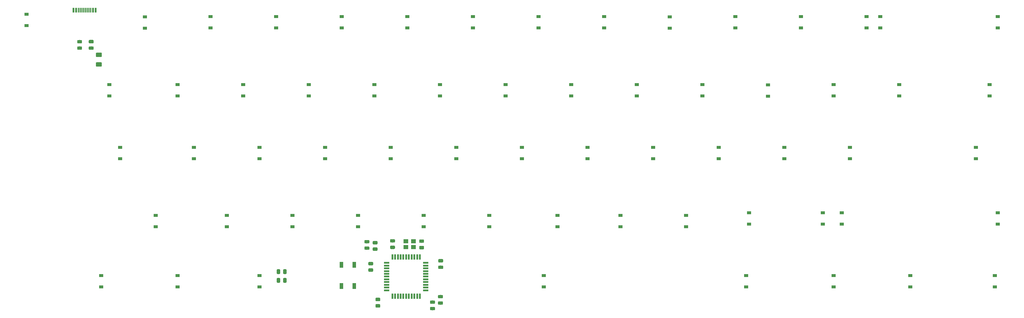
<source format=gbr>
G04 #@! TF.GenerationSoftware,KiCad,Pcbnew,(5.1.4)-1*
G04 #@! TF.CreationDate,2021-10-31T22:39:57+11:00*
G04 #@! TF.ProjectId,x60,7836302e-6b69-4636-9164-5f7063625858,rev?*
G04 #@! TF.SameCoordinates,Original*
G04 #@! TF.FileFunction,Paste,Bot*
G04 #@! TF.FilePolarity,Positive*
%FSLAX46Y46*%
G04 Gerber Fmt 4.6, Leading zero omitted, Abs format (unit mm)*
G04 Created by KiCad (PCBNEW (5.1.4)-1) date 2021-10-31 22:39:57*
%MOMM*%
%LPD*%
G04 APERTURE LIST*
%ADD10R,0.600000X1.450000*%
%ADD11R,0.300000X1.450000*%
%ADD12C,0.100000*%
%ADD13C,0.975000*%
%ADD14C,1.250000*%
%ADD15R,1.400000X1.200000*%
%ADD16R,1.200000X0.900000*%
%ADD17R,0.550000X1.500000*%
%ADD18R,1.500000X0.550000*%
%ADD19R,1.100000X1.800000*%
G04 APERTURE END LIST*
D10*
X91525000Y-115175000D03*
X85075000Y-115175000D03*
X90750000Y-115175000D03*
X85850000Y-115175000D03*
D11*
X86550000Y-115175000D03*
X90050000Y-115175000D03*
X87050000Y-115175000D03*
X89550000Y-115175000D03*
X87550000Y-115175000D03*
X89050000Y-115175000D03*
X88550000Y-115175000D03*
X88050000Y-115175000D03*
D12*
G36*
X90685142Y-123868674D02*
G01*
X90708803Y-123872184D01*
X90732007Y-123877996D01*
X90754529Y-123886054D01*
X90776153Y-123896282D01*
X90796670Y-123908579D01*
X90815883Y-123922829D01*
X90833607Y-123938893D01*
X90849671Y-123956617D01*
X90863921Y-123975830D01*
X90876218Y-123996347D01*
X90886446Y-124017971D01*
X90894504Y-124040493D01*
X90900316Y-124063697D01*
X90903826Y-124087358D01*
X90905000Y-124111250D01*
X90905000Y-124598750D01*
X90903826Y-124622642D01*
X90900316Y-124646303D01*
X90894504Y-124669507D01*
X90886446Y-124692029D01*
X90876218Y-124713653D01*
X90863921Y-124734170D01*
X90849671Y-124753383D01*
X90833607Y-124771107D01*
X90815883Y-124787171D01*
X90796670Y-124801421D01*
X90776153Y-124813718D01*
X90754529Y-124823946D01*
X90732007Y-124832004D01*
X90708803Y-124837816D01*
X90685142Y-124841326D01*
X90661250Y-124842500D01*
X89748750Y-124842500D01*
X89724858Y-124841326D01*
X89701197Y-124837816D01*
X89677993Y-124832004D01*
X89655471Y-124823946D01*
X89633847Y-124813718D01*
X89613330Y-124801421D01*
X89594117Y-124787171D01*
X89576393Y-124771107D01*
X89560329Y-124753383D01*
X89546079Y-124734170D01*
X89533782Y-124713653D01*
X89523554Y-124692029D01*
X89515496Y-124669507D01*
X89509684Y-124646303D01*
X89506174Y-124622642D01*
X89505000Y-124598750D01*
X89505000Y-124111250D01*
X89506174Y-124087358D01*
X89509684Y-124063697D01*
X89515496Y-124040493D01*
X89523554Y-124017971D01*
X89533782Y-123996347D01*
X89546079Y-123975830D01*
X89560329Y-123956617D01*
X89576393Y-123938893D01*
X89594117Y-123922829D01*
X89613330Y-123908579D01*
X89633847Y-123896282D01*
X89655471Y-123886054D01*
X89677993Y-123877996D01*
X89701197Y-123872184D01*
X89724858Y-123868674D01*
X89748750Y-123867500D01*
X90661250Y-123867500D01*
X90685142Y-123868674D01*
X90685142Y-123868674D01*
G37*
D13*
X90205000Y-124355000D03*
D12*
G36*
X90685142Y-125743674D02*
G01*
X90708803Y-125747184D01*
X90732007Y-125752996D01*
X90754529Y-125761054D01*
X90776153Y-125771282D01*
X90796670Y-125783579D01*
X90815883Y-125797829D01*
X90833607Y-125813893D01*
X90849671Y-125831617D01*
X90863921Y-125850830D01*
X90876218Y-125871347D01*
X90886446Y-125892971D01*
X90894504Y-125915493D01*
X90900316Y-125938697D01*
X90903826Y-125962358D01*
X90905000Y-125986250D01*
X90905000Y-126473750D01*
X90903826Y-126497642D01*
X90900316Y-126521303D01*
X90894504Y-126544507D01*
X90886446Y-126567029D01*
X90876218Y-126588653D01*
X90863921Y-126609170D01*
X90849671Y-126628383D01*
X90833607Y-126646107D01*
X90815883Y-126662171D01*
X90796670Y-126676421D01*
X90776153Y-126688718D01*
X90754529Y-126698946D01*
X90732007Y-126707004D01*
X90708803Y-126712816D01*
X90685142Y-126716326D01*
X90661250Y-126717500D01*
X89748750Y-126717500D01*
X89724858Y-126716326D01*
X89701197Y-126712816D01*
X89677993Y-126707004D01*
X89655471Y-126698946D01*
X89633847Y-126688718D01*
X89613330Y-126676421D01*
X89594117Y-126662171D01*
X89576393Y-126646107D01*
X89560329Y-126628383D01*
X89546079Y-126609170D01*
X89533782Y-126588653D01*
X89523554Y-126567029D01*
X89515496Y-126544507D01*
X89509684Y-126521303D01*
X89506174Y-126497642D01*
X89505000Y-126473750D01*
X89505000Y-125986250D01*
X89506174Y-125962358D01*
X89509684Y-125938697D01*
X89515496Y-125915493D01*
X89523554Y-125892971D01*
X89533782Y-125871347D01*
X89546079Y-125850830D01*
X89560329Y-125831617D01*
X89576393Y-125813893D01*
X89594117Y-125797829D01*
X89613330Y-125783579D01*
X89633847Y-125771282D01*
X89655471Y-125761054D01*
X89677993Y-125752996D01*
X89701197Y-125747184D01*
X89724858Y-125743674D01*
X89748750Y-125742500D01*
X90661250Y-125742500D01*
X90685142Y-125743674D01*
X90685142Y-125743674D01*
G37*
D13*
X90205000Y-126230000D03*
D12*
G36*
X87325142Y-123878674D02*
G01*
X87348803Y-123882184D01*
X87372007Y-123887996D01*
X87394529Y-123896054D01*
X87416153Y-123906282D01*
X87436670Y-123918579D01*
X87455883Y-123932829D01*
X87473607Y-123948893D01*
X87489671Y-123966617D01*
X87503921Y-123985830D01*
X87516218Y-124006347D01*
X87526446Y-124027971D01*
X87534504Y-124050493D01*
X87540316Y-124073697D01*
X87543826Y-124097358D01*
X87545000Y-124121250D01*
X87545000Y-124608750D01*
X87543826Y-124632642D01*
X87540316Y-124656303D01*
X87534504Y-124679507D01*
X87526446Y-124702029D01*
X87516218Y-124723653D01*
X87503921Y-124744170D01*
X87489671Y-124763383D01*
X87473607Y-124781107D01*
X87455883Y-124797171D01*
X87436670Y-124811421D01*
X87416153Y-124823718D01*
X87394529Y-124833946D01*
X87372007Y-124842004D01*
X87348803Y-124847816D01*
X87325142Y-124851326D01*
X87301250Y-124852500D01*
X86388750Y-124852500D01*
X86364858Y-124851326D01*
X86341197Y-124847816D01*
X86317993Y-124842004D01*
X86295471Y-124833946D01*
X86273847Y-124823718D01*
X86253330Y-124811421D01*
X86234117Y-124797171D01*
X86216393Y-124781107D01*
X86200329Y-124763383D01*
X86186079Y-124744170D01*
X86173782Y-124723653D01*
X86163554Y-124702029D01*
X86155496Y-124679507D01*
X86149684Y-124656303D01*
X86146174Y-124632642D01*
X86145000Y-124608750D01*
X86145000Y-124121250D01*
X86146174Y-124097358D01*
X86149684Y-124073697D01*
X86155496Y-124050493D01*
X86163554Y-124027971D01*
X86173782Y-124006347D01*
X86186079Y-123985830D01*
X86200329Y-123966617D01*
X86216393Y-123948893D01*
X86234117Y-123932829D01*
X86253330Y-123918579D01*
X86273847Y-123906282D01*
X86295471Y-123896054D01*
X86317993Y-123887996D01*
X86341197Y-123882184D01*
X86364858Y-123878674D01*
X86388750Y-123877500D01*
X87301250Y-123877500D01*
X87325142Y-123878674D01*
X87325142Y-123878674D01*
G37*
D13*
X86845000Y-124365000D03*
D12*
G36*
X87325142Y-125753674D02*
G01*
X87348803Y-125757184D01*
X87372007Y-125762996D01*
X87394529Y-125771054D01*
X87416153Y-125781282D01*
X87436670Y-125793579D01*
X87455883Y-125807829D01*
X87473607Y-125823893D01*
X87489671Y-125841617D01*
X87503921Y-125860830D01*
X87516218Y-125881347D01*
X87526446Y-125902971D01*
X87534504Y-125925493D01*
X87540316Y-125948697D01*
X87543826Y-125972358D01*
X87545000Y-125996250D01*
X87545000Y-126483750D01*
X87543826Y-126507642D01*
X87540316Y-126531303D01*
X87534504Y-126554507D01*
X87526446Y-126577029D01*
X87516218Y-126598653D01*
X87503921Y-126619170D01*
X87489671Y-126638383D01*
X87473607Y-126656107D01*
X87455883Y-126672171D01*
X87436670Y-126686421D01*
X87416153Y-126698718D01*
X87394529Y-126708946D01*
X87372007Y-126717004D01*
X87348803Y-126722816D01*
X87325142Y-126726326D01*
X87301250Y-126727500D01*
X86388750Y-126727500D01*
X86364858Y-126726326D01*
X86341197Y-126722816D01*
X86317993Y-126717004D01*
X86295471Y-126708946D01*
X86273847Y-126698718D01*
X86253330Y-126686421D01*
X86234117Y-126672171D01*
X86216393Y-126656107D01*
X86200329Y-126638383D01*
X86186079Y-126619170D01*
X86173782Y-126598653D01*
X86163554Y-126577029D01*
X86155496Y-126554507D01*
X86149684Y-126531303D01*
X86146174Y-126507642D01*
X86145000Y-126483750D01*
X86145000Y-125996250D01*
X86146174Y-125972358D01*
X86149684Y-125948697D01*
X86155496Y-125925493D01*
X86163554Y-125902971D01*
X86173782Y-125881347D01*
X86186079Y-125860830D01*
X86200329Y-125841617D01*
X86216393Y-125823893D01*
X86234117Y-125807829D01*
X86253330Y-125793579D01*
X86273847Y-125781282D01*
X86295471Y-125771054D01*
X86317993Y-125762996D01*
X86341197Y-125757184D01*
X86364858Y-125753674D01*
X86388750Y-125752500D01*
X87301250Y-125752500D01*
X87325142Y-125753674D01*
X87325142Y-125753674D01*
G37*
D13*
X86845000Y-126240000D03*
D12*
G36*
X93094504Y-127581204D02*
G01*
X93118773Y-127584804D01*
X93142571Y-127590765D01*
X93165671Y-127599030D01*
X93187849Y-127609520D01*
X93208893Y-127622133D01*
X93228598Y-127636747D01*
X93246777Y-127653223D01*
X93263253Y-127671402D01*
X93277867Y-127691107D01*
X93290480Y-127712151D01*
X93300970Y-127734329D01*
X93309235Y-127757429D01*
X93315196Y-127781227D01*
X93318796Y-127805496D01*
X93320000Y-127830000D01*
X93320000Y-128580000D01*
X93318796Y-128604504D01*
X93315196Y-128628773D01*
X93309235Y-128652571D01*
X93300970Y-128675671D01*
X93290480Y-128697849D01*
X93277867Y-128718893D01*
X93263253Y-128738598D01*
X93246777Y-128756777D01*
X93228598Y-128773253D01*
X93208893Y-128787867D01*
X93187849Y-128800480D01*
X93165671Y-128810970D01*
X93142571Y-128819235D01*
X93118773Y-128825196D01*
X93094504Y-128828796D01*
X93070000Y-128830000D01*
X91820000Y-128830000D01*
X91795496Y-128828796D01*
X91771227Y-128825196D01*
X91747429Y-128819235D01*
X91724329Y-128810970D01*
X91702151Y-128800480D01*
X91681107Y-128787867D01*
X91661402Y-128773253D01*
X91643223Y-128756777D01*
X91626747Y-128738598D01*
X91612133Y-128718893D01*
X91599520Y-128697849D01*
X91589030Y-128675671D01*
X91580765Y-128652571D01*
X91574804Y-128628773D01*
X91571204Y-128604504D01*
X91570000Y-128580000D01*
X91570000Y-127830000D01*
X91571204Y-127805496D01*
X91574804Y-127781227D01*
X91580765Y-127757429D01*
X91589030Y-127734329D01*
X91599520Y-127712151D01*
X91612133Y-127691107D01*
X91626747Y-127671402D01*
X91643223Y-127653223D01*
X91661402Y-127636747D01*
X91681107Y-127622133D01*
X91702151Y-127609520D01*
X91724329Y-127599030D01*
X91747429Y-127590765D01*
X91771227Y-127584804D01*
X91795496Y-127581204D01*
X91820000Y-127580000D01*
X93070000Y-127580000D01*
X93094504Y-127581204D01*
X93094504Y-127581204D01*
G37*
D14*
X92445000Y-128205000D03*
D12*
G36*
X93094504Y-130381204D02*
G01*
X93118773Y-130384804D01*
X93142571Y-130390765D01*
X93165671Y-130399030D01*
X93187849Y-130409520D01*
X93208893Y-130422133D01*
X93228598Y-130436747D01*
X93246777Y-130453223D01*
X93263253Y-130471402D01*
X93277867Y-130491107D01*
X93290480Y-130512151D01*
X93300970Y-130534329D01*
X93309235Y-130557429D01*
X93315196Y-130581227D01*
X93318796Y-130605496D01*
X93320000Y-130630000D01*
X93320000Y-131380000D01*
X93318796Y-131404504D01*
X93315196Y-131428773D01*
X93309235Y-131452571D01*
X93300970Y-131475671D01*
X93290480Y-131497849D01*
X93277867Y-131518893D01*
X93263253Y-131538598D01*
X93246777Y-131556777D01*
X93228598Y-131573253D01*
X93208893Y-131587867D01*
X93187849Y-131600480D01*
X93165671Y-131610970D01*
X93142571Y-131619235D01*
X93118773Y-131625196D01*
X93094504Y-131628796D01*
X93070000Y-131630000D01*
X91820000Y-131630000D01*
X91795496Y-131628796D01*
X91771227Y-131625196D01*
X91747429Y-131619235D01*
X91724329Y-131610970D01*
X91702151Y-131600480D01*
X91681107Y-131587867D01*
X91661402Y-131573253D01*
X91643223Y-131556777D01*
X91626747Y-131538598D01*
X91612133Y-131518893D01*
X91599520Y-131497849D01*
X91589030Y-131475671D01*
X91580765Y-131452571D01*
X91574804Y-131428773D01*
X91571204Y-131404504D01*
X91570000Y-131380000D01*
X91570000Y-130630000D01*
X91571204Y-130605496D01*
X91574804Y-130581227D01*
X91580765Y-130557429D01*
X91589030Y-130534329D01*
X91599520Y-130512151D01*
X91612133Y-130491107D01*
X91626747Y-130471402D01*
X91643223Y-130453223D01*
X91661402Y-130436747D01*
X91681107Y-130422133D01*
X91702151Y-130409520D01*
X91724329Y-130399030D01*
X91747429Y-130390765D01*
X91771227Y-130384804D01*
X91795496Y-130381204D01*
X91820000Y-130380000D01*
X93070000Y-130380000D01*
X93094504Y-130381204D01*
X93094504Y-130381204D01*
G37*
D14*
X92445000Y-131005000D03*
D12*
G36*
X178198892Y-183779924D02*
G01*
X178222553Y-183783434D01*
X178245757Y-183789246D01*
X178268279Y-183797304D01*
X178289903Y-183807532D01*
X178310420Y-183819829D01*
X178329633Y-183834079D01*
X178347357Y-183850143D01*
X178363421Y-183867867D01*
X178377671Y-183887080D01*
X178389968Y-183907597D01*
X178400196Y-183929221D01*
X178408254Y-183951743D01*
X178414066Y-183974947D01*
X178417576Y-183998608D01*
X178418750Y-184022500D01*
X178418750Y-184510000D01*
X178417576Y-184533892D01*
X178414066Y-184557553D01*
X178408254Y-184580757D01*
X178400196Y-184603279D01*
X178389968Y-184624903D01*
X178377671Y-184645420D01*
X178363421Y-184664633D01*
X178347357Y-184682357D01*
X178329633Y-184698421D01*
X178310420Y-184712671D01*
X178289903Y-184724968D01*
X178268279Y-184735196D01*
X178245757Y-184743254D01*
X178222553Y-184749066D01*
X178198892Y-184752576D01*
X178175000Y-184753750D01*
X177262500Y-184753750D01*
X177238608Y-184752576D01*
X177214947Y-184749066D01*
X177191743Y-184743254D01*
X177169221Y-184735196D01*
X177147597Y-184724968D01*
X177127080Y-184712671D01*
X177107867Y-184698421D01*
X177090143Y-184682357D01*
X177074079Y-184664633D01*
X177059829Y-184645420D01*
X177047532Y-184624903D01*
X177037304Y-184603279D01*
X177029246Y-184580757D01*
X177023434Y-184557553D01*
X177019924Y-184533892D01*
X177018750Y-184510000D01*
X177018750Y-184022500D01*
X177019924Y-183998608D01*
X177023434Y-183974947D01*
X177029246Y-183951743D01*
X177037304Y-183929221D01*
X177047532Y-183907597D01*
X177059829Y-183887080D01*
X177074079Y-183867867D01*
X177090143Y-183850143D01*
X177107867Y-183834079D01*
X177127080Y-183819829D01*
X177147597Y-183807532D01*
X177169221Y-183797304D01*
X177191743Y-183789246D01*
X177214947Y-183783434D01*
X177238608Y-183779924D01*
X177262500Y-183778750D01*
X178175000Y-183778750D01*
X178198892Y-183779924D01*
X178198892Y-183779924D01*
G37*
D13*
X177718750Y-184266250D03*
D12*
G36*
X178198892Y-181904924D02*
G01*
X178222553Y-181908434D01*
X178245757Y-181914246D01*
X178268279Y-181922304D01*
X178289903Y-181932532D01*
X178310420Y-181944829D01*
X178329633Y-181959079D01*
X178347357Y-181975143D01*
X178363421Y-181992867D01*
X178377671Y-182012080D01*
X178389968Y-182032597D01*
X178400196Y-182054221D01*
X178408254Y-182076743D01*
X178414066Y-182099947D01*
X178417576Y-182123608D01*
X178418750Y-182147500D01*
X178418750Y-182635000D01*
X178417576Y-182658892D01*
X178414066Y-182682553D01*
X178408254Y-182705757D01*
X178400196Y-182728279D01*
X178389968Y-182749903D01*
X178377671Y-182770420D01*
X178363421Y-182789633D01*
X178347357Y-182807357D01*
X178329633Y-182823421D01*
X178310420Y-182837671D01*
X178289903Y-182849968D01*
X178268279Y-182860196D01*
X178245757Y-182868254D01*
X178222553Y-182874066D01*
X178198892Y-182877576D01*
X178175000Y-182878750D01*
X177262500Y-182878750D01*
X177238608Y-182877576D01*
X177214947Y-182874066D01*
X177191743Y-182868254D01*
X177169221Y-182860196D01*
X177147597Y-182849968D01*
X177127080Y-182837671D01*
X177107867Y-182823421D01*
X177090143Y-182807357D01*
X177074079Y-182789633D01*
X177059829Y-182770420D01*
X177047532Y-182749903D01*
X177037304Y-182728279D01*
X177029246Y-182705757D01*
X177023434Y-182682553D01*
X177019924Y-182658892D01*
X177018750Y-182635000D01*
X177018750Y-182147500D01*
X177019924Y-182123608D01*
X177023434Y-182099947D01*
X177029246Y-182076743D01*
X177037304Y-182054221D01*
X177047532Y-182032597D01*
X177059829Y-182012080D01*
X177074079Y-181992867D01*
X177090143Y-181975143D01*
X177107867Y-181959079D01*
X177127080Y-181944829D01*
X177147597Y-181932532D01*
X177169221Y-181922304D01*
X177191743Y-181914246D01*
X177214947Y-181908434D01*
X177238608Y-181904924D01*
X177262500Y-181903750D01*
X178175000Y-181903750D01*
X178198892Y-181904924D01*
X178198892Y-181904924D01*
G37*
D13*
X177718750Y-182391250D03*
D15*
X183768750Y-182516250D03*
X181568750Y-182516250D03*
X181568750Y-184216250D03*
X183768750Y-184216250D03*
D12*
G36*
X186623892Y-181992424D02*
G01*
X186647553Y-181995934D01*
X186670757Y-182001746D01*
X186693279Y-182009804D01*
X186714903Y-182020032D01*
X186735420Y-182032329D01*
X186754633Y-182046579D01*
X186772357Y-182062643D01*
X186788421Y-182080367D01*
X186802671Y-182099580D01*
X186814968Y-182120097D01*
X186825196Y-182141721D01*
X186833254Y-182164243D01*
X186839066Y-182187447D01*
X186842576Y-182211108D01*
X186843750Y-182235000D01*
X186843750Y-182722500D01*
X186842576Y-182746392D01*
X186839066Y-182770053D01*
X186833254Y-182793257D01*
X186825196Y-182815779D01*
X186814968Y-182837403D01*
X186802671Y-182857920D01*
X186788421Y-182877133D01*
X186772357Y-182894857D01*
X186754633Y-182910921D01*
X186735420Y-182925171D01*
X186714903Y-182937468D01*
X186693279Y-182947696D01*
X186670757Y-182955754D01*
X186647553Y-182961566D01*
X186623892Y-182965076D01*
X186600000Y-182966250D01*
X185687500Y-182966250D01*
X185663608Y-182965076D01*
X185639947Y-182961566D01*
X185616743Y-182955754D01*
X185594221Y-182947696D01*
X185572597Y-182937468D01*
X185552080Y-182925171D01*
X185532867Y-182910921D01*
X185515143Y-182894857D01*
X185499079Y-182877133D01*
X185484829Y-182857920D01*
X185472532Y-182837403D01*
X185462304Y-182815779D01*
X185454246Y-182793257D01*
X185448434Y-182770053D01*
X185444924Y-182746392D01*
X185443750Y-182722500D01*
X185443750Y-182235000D01*
X185444924Y-182211108D01*
X185448434Y-182187447D01*
X185454246Y-182164243D01*
X185462304Y-182141721D01*
X185472532Y-182120097D01*
X185484829Y-182099580D01*
X185499079Y-182080367D01*
X185515143Y-182062643D01*
X185532867Y-182046579D01*
X185552080Y-182032329D01*
X185572597Y-182020032D01*
X185594221Y-182009804D01*
X185616743Y-182001746D01*
X185639947Y-181995934D01*
X185663608Y-181992424D01*
X185687500Y-181991250D01*
X186600000Y-181991250D01*
X186623892Y-181992424D01*
X186623892Y-181992424D01*
G37*
D13*
X186143750Y-182478750D03*
D12*
G36*
X186623892Y-183867424D02*
G01*
X186647553Y-183870934D01*
X186670757Y-183876746D01*
X186693279Y-183884804D01*
X186714903Y-183895032D01*
X186735420Y-183907329D01*
X186754633Y-183921579D01*
X186772357Y-183937643D01*
X186788421Y-183955367D01*
X186802671Y-183974580D01*
X186814968Y-183995097D01*
X186825196Y-184016721D01*
X186833254Y-184039243D01*
X186839066Y-184062447D01*
X186842576Y-184086108D01*
X186843750Y-184110000D01*
X186843750Y-184597500D01*
X186842576Y-184621392D01*
X186839066Y-184645053D01*
X186833254Y-184668257D01*
X186825196Y-184690779D01*
X186814968Y-184712403D01*
X186802671Y-184732920D01*
X186788421Y-184752133D01*
X186772357Y-184769857D01*
X186754633Y-184785921D01*
X186735420Y-184800171D01*
X186714903Y-184812468D01*
X186693279Y-184822696D01*
X186670757Y-184830754D01*
X186647553Y-184836566D01*
X186623892Y-184840076D01*
X186600000Y-184841250D01*
X185687500Y-184841250D01*
X185663608Y-184840076D01*
X185639947Y-184836566D01*
X185616743Y-184830754D01*
X185594221Y-184822696D01*
X185572597Y-184812468D01*
X185552080Y-184800171D01*
X185532867Y-184785921D01*
X185515143Y-184769857D01*
X185499079Y-184752133D01*
X185484829Y-184732920D01*
X185472532Y-184712403D01*
X185462304Y-184690779D01*
X185454246Y-184668257D01*
X185448434Y-184645053D01*
X185444924Y-184621392D01*
X185443750Y-184597500D01*
X185443750Y-184110000D01*
X185444924Y-184086108D01*
X185448434Y-184062447D01*
X185454246Y-184039243D01*
X185462304Y-184016721D01*
X185472532Y-183995097D01*
X185484829Y-183974580D01*
X185499079Y-183955367D01*
X185515143Y-183937643D01*
X185532867Y-183921579D01*
X185552080Y-183907329D01*
X185572597Y-183895032D01*
X185594221Y-183884804D01*
X185616743Y-183876746D01*
X185639947Y-183870934D01*
X185663608Y-183867424D01*
X185687500Y-183866250D01*
X186600000Y-183866250D01*
X186623892Y-183867424D01*
X186623892Y-183867424D01*
G37*
D13*
X186143750Y-184353750D03*
D16*
X352647500Y-192465000D03*
X352647500Y-195765000D03*
D17*
X177668750Y-198491250D03*
X178468750Y-198491250D03*
X179268750Y-198491250D03*
X180068750Y-198491250D03*
X180868750Y-198491250D03*
X181668750Y-198491250D03*
X182468750Y-198491250D03*
X183268750Y-198491250D03*
X184068750Y-198491250D03*
X184868750Y-198491250D03*
X185668750Y-198491250D03*
D18*
X187368750Y-196791250D03*
X187368750Y-195991250D03*
X187368750Y-195191250D03*
X187368750Y-194391250D03*
X187368750Y-193591250D03*
X187368750Y-192791250D03*
X187368750Y-191991250D03*
X187368750Y-191191250D03*
X187368750Y-190391250D03*
X187368750Y-189591250D03*
X187368750Y-188791250D03*
D17*
X185668750Y-187091250D03*
X184868750Y-187091250D03*
X184068750Y-187091250D03*
X183268750Y-187091250D03*
X182468750Y-187091250D03*
X181668750Y-187091250D03*
X180868750Y-187091250D03*
X180068750Y-187091250D03*
X179268750Y-187091250D03*
X178468750Y-187091250D03*
X177668750Y-187091250D03*
D18*
X175968750Y-188791250D03*
X175968750Y-189591250D03*
X175968750Y-190391250D03*
X175968750Y-191191250D03*
X175968750Y-191991250D03*
X175968750Y-192791250D03*
X175968750Y-193591250D03*
X175968750Y-194391250D03*
X175968750Y-195191250D03*
X175968750Y-195991250D03*
X175968750Y-196791250D03*
D19*
X166568750Y-189347500D03*
X162868750Y-195547500D03*
X162868750Y-189347500D03*
X166568750Y-195547500D03*
D12*
G36*
X192117642Y-198139924D02*
G01*
X192141303Y-198143434D01*
X192164507Y-198149246D01*
X192187029Y-198157304D01*
X192208653Y-198167532D01*
X192229170Y-198179829D01*
X192248383Y-198194079D01*
X192266107Y-198210143D01*
X192282171Y-198227867D01*
X192296421Y-198247080D01*
X192308718Y-198267597D01*
X192318946Y-198289221D01*
X192327004Y-198311743D01*
X192332816Y-198334947D01*
X192336326Y-198358608D01*
X192337500Y-198382500D01*
X192337500Y-198870000D01*
X192336326Y-198893892D01*
X192332816Y-198917553D01*
X192327004Y-198940757D01*
X192318946Y-198963279D01*
X192308718Y-198984903D01*
X192296421Y-199005420D01*
X192282171Y-199024633D01*
X192266107Y-199042357D01*
X192248383Y-199058421D01*
X192229170Y-199072671D01*
X192208653Y-199084968D01*
X192187029Y-199095196D01*
X192164507Y-199103254D01*
X192141303Y-199109066D01*
X192117642Y-199112576D01*
X192093750Y-199113750D01*
X191181250Y-199113750D01*
X191157358Y-199112576D01*
X191133697Y-199109066D01*
X191110493Y-199103254D01*
X191087971Y-199095196D01*
X191066347Y-199084968D01*
X191045830Y-199072671D01*
X191026617Y-199058421D01*
X191008893Y-199042357D01*
X190992829Y-199024633D01*
X190978579Y-199005420D01*
X190966282Y-198984903D01*
X190956054Y-198963279D01*
X190947996Y-198940757D01*
X190942184Y-198917553D01*
X190938674Y-198893892D01*
X190937500Y-198870000D01*
X190937500Y-198382500D01*
X190938674Y-198358608D01*
X190942184Y-198334947D01*
X190947996Y-198311743D01*
X190956054Y-198289221D01*
X190966282Y-198267597D01*
X190978579Y-198247080D01*
X190992829Y-198227867D01*
X191008893Y-198210143D01*
X191026617Y-198194079D01*
X191045830Y-198179829D01*
X191066347Y-198167532D01*
X191087971Y-198157304D01*
X191110493Y-198149246D01*
X191133697Y-198143434D01*
X191157358Y-198139924D01*
X191181250Y-198138750D01*
X192093750Y-198138750D01*
X192117642Y-198139924D01*
X192117642Y-198139924D01*
G37*
D13*
X191637500Y-198626250D03*
D12*
G36*
X192117642Y-200014924D02*
G01*
X192141303Y-200018434D01*
X192164507Y-200024246D01*
X192187029Y-200032304D01*
X192208653Y-200042532D01*
X192229170Y-200054829D01*
X192248383Y-200069079D01*
X192266107Y-200085143D01*
X192282171Y-200102867D01*
X192296421Y-200122080D01*
X192308718Y-200142597D01*
X192318946Y-200164221D01*
X192327004Y-200186743D01*
X192332816Y-200209947D01*
X192336326Y-200233608D01*
X192337500Y-200257500D01*
X192337500Y-200745000D01*
X192336326Y-200768892D01*
X192332816Y-200792553D01*
X192327004Y-200815757D01*
X192318946Y-200838279D01*
X192308718Y-200859903D01*
X192296421Y-200880420D01*
X192282171Y-200899633D01*
X192266107Y-200917357D01*
X192248383Y-200933421D01*
X192229170Y-200947671D01*
X192208653Y-200959968D01*
X192187029Y-200970196D01*
X192164507Y-200978254D01*
X192141303Y-200984066D01*
X192117642Y-200987576D01*
X192093750Y-200988750D01*
X191181250Y-200988750D01*
X191157358Y-200987576D01*
X191133697Y-200984066D01*
X191110493Y-200978254D01*
X191087971Y-200970196D01*
X191066347Y-200959968D01*
X191045830Y-200947671D01*
X191026617Y-200933421D01*
X191008893Y-200917357D01*
X190992829Y-200899633D01*
X190978579Y-200880420D01*
X190966282Y-200859903D01*
X190956054Y-200838279D01*
X190947996Y-200815757D01*
X190942184Y-200792553D01*
X190938674Y-200768892D01*
X190937500Y-200745000D01*
X190937500Y-200257500D01*
X190938674Y-200233608D01*
X190942184Y-200209947D01*
X190947996Y-200186743D01*
X190956054Y-200164221D01*
X190966282Y-200142597D01*
X190978579Y-200122080D01*
X190992829Y-200102867D01*
X191008893Y-200085143D01*
X191026617Y-200069079D01*
X191045830Y-200054829D01*
X191066347Y-200042532D01*
X191087971Y-200032304D01*
X191110493Y-200024246D01*
X191133697Y-200018434D01*
X191157358Y-200014924D01*
X191181250Y-200013750D01*
X192093750Y-200013750D01*
X192117642Y-200014924D01*
X192117642Y-200014924D01*
G37*
D13*
X191637500Y-200501250D03*
D12*
G36*
X170755142Y-184023674D02*
G01*
X170778803Y-184027184D01*
X170802007Y-184032996D01*
X170824529Y-184041054D01*
X170846153Y-184051282D01*
X170866670Y-184063579D01*
X170885883Y-184077829D01*
X170903607Y-184093893D01*
X170919671Y-184111617D01*
X170933921Y-184130830D01*
X170946218Y-184151347D01*
X170956446Y-184172971D01*
X170964504Y-184195493D01*
X170970316Y-184218697D01*
X170973826Y-184242358D01*
X170975000Y-184266250D01*
X170975000Y-184753750D01*
X170973826Y-184777642D01*
X170970316Y-184801303D01*
X170964504Y-184824507D01*
X170956446Y-184847029D01*
X170946218Y-184868653D01*
X170933921Y-184889170D01*
X170919671Y-184908383D01*
X170903607Y-184926107D01*
X170885883Y-184942171D01*
X170866670Y-184956421D01*
X170846153Y-184968718D01*
X170824529Y-184978946D01*
X170802007Y-184987004D01*
X170778803Y-184992816D01*
X170755142Y-184996326D01*
X170731250Y-184997500D01*
X169818750Y-184997500D01*
X169794858Y-184996326D01*
X169771197Y-184992816D01*
X169747993Y-184987004D01*
X169725471Y-184978946D01*
X169703847Y-184968718D01*
X169683330Y-184956421D01*
X169664117Y-184942171D01*
X169646393Y-184926107D01*
X169630329Y-184908383D01*
X169616079Y-184889170D01*
X169603782Y-184868653D01*
X169593554Y-184847029D01*
X169585496Y-184824507D01*
X169579684Y-184801303D01*
X169576174Y-184777642D01*
X169575000Y-184753750D01*
X169575000Y-184266250D01*
X169576174Y-184242358D01*
X169579684Y-184218697D01*
X169585496Y-184195493D01*
X169593554Y-184172971D01*
X169603782Y-184151347D01*
X169616079Y-184130830D01*
X169630329Y-184111617D01*
X169646393Y-184093893D01*
X169664117Y-184077829D01*
X169683330Y-184063579D01*
X169703847Y-184051282D01*
X169725471Y-184041054D01*
X169747993Y-184032996D01*
X169771197Y-184027184D01*
X169794858Y-184023674D01*
X169818750Y-184022500D01*
X170731250Y-184022500D01*
X170755142Y-184023674D01*
X170755142Y-184023674D01*
G37*
D13*
X170275000Y-184510000D03*
D12*
G36*
X170755142Y-182148674D02*
G01*
X170778803Y-182152184D01*
X170802007Y-182157996D01*
X170824529Y-182166054D01*
X170846153Y-182176282D01*
X170866670Y-182188579D01*
X170885883Y-182202829D01*
X170903607Y-182218893D01*
X170919671Y-182236617D01*
X170933921Y-182255830D01*
X170946218Y-182276347D01*
X170956446Y-182297971D01*
X170964504Y-182320493D01*
X170970316Y-182343697D01*
X170973826Y-182367358D01*
X170975000Y-182391250D01*
X170975000Y-182878750D01*
X170973826Y-182902642D01*
X170970316Y-182926303D01*
X170964504Y-182949507D01*
X170956446Y-182972029D01*
X170946218Y-182993653D01*
X170933921Y-183014170D01*
X170919671Y-183033383D01*
X170903607Y-183051107D01*
X170885883Y-183067171D01*
X170866670Y-183081421D01*
X170846153Y-183093718D01*
X170824529Y-183103946D01*
X170802007Y-183112004D01*
X170778803Y-183117816D01*
X170755142Y-183121326D01*
X170731250Y-183122500D01*
X169818750Y-183122500D01*
X169794858Y-183121326D01*
X169771197Y-183117816D01*
X169747993Y-183112004D01*
X169725471Y-183103946D01*
X169703847Y-183093718D01*
X169683330Y-183081421D01*
X169664117Y-183067171D01*
X169646393Y-183051107D01*
X169630329Y-183033383D01*
X169616079Y-183014170D01*
X169603782Y-182993653D01*
X169593554Y-182972029D01*
X169585496Y-182949507D01*
X169579684Y-182926303D01*
X169576174Y-182902642D01*
X169575000Y-182878750D01*
X169575000Y-182391250D01*
X169576174Y-182367358D01*
X169579684Y-182343697D01*
X169585496Y-182320493D01*
X169593554Y-182297971D01*
X169603782Y-182276347D01*
X169616079Y-182255830D01*
X169630329Y-182236617D01*
X169646393Y-182218893D01*
X169664117Y-182202829D01*
X169683330Y-182188579D01*
X169703847Y-182176282D01*
X169725471Y-182166054D01*
X169747993Y-182157996D01*
X169771197Y-182152184D01*
X169794858Y-182148674D01*
X169818750Y-182147500D01*
X170731250Y-182147500D01*
X170755142Y-182148674D01*
X170755142Y-182148674D01*
G37*
D13*
X170275000Y-182635000D03*
D12*
G36*
X144855142Y-190646174D02*
G01*
X144878803Y-190649684D01*
X144902007Y-190655496D01*
X144924529Y-190663554D01*
X144946153Y-190673782D01*
X144966670Y-190686079D01*
X144985883Y-190700329D01*
X145003607Y-190716393D01*
X145019671Y-190734117D01*
X145033921Y-190753330D01*
X145046218Y-190773847D01*
X145056446Y-190795471D01*
X145064504Y-190817993D01*
X145070316Y-190841197D01*
X145073826Y-190864858D01*
X145075000Y-190888750D01*
X145075000Y-191801250D01*
X145073826Y-191825142D01*
X145070316Y-191848803D01*
X145064504Y-191872007D01*
X145056446Y-191894529D01*
X145046218Y-191916153D01*
X145033921Y-191936670D01*
X145019671Y-191955883D01*
X145003607Y-191973607D01*
X144985883Y-191989671D01*
X144966670Y-192003921D01*
X144946153Y-192016218D01*
X144924529Y-192026446D01*
X144902007Y-192034504D01*
X144878803Y-192040316D01*
X144855142Y-192043826D01*
X144831250Y-192045000D01*
X144343750Y-192045000D01*
X144319858Y-192043826D01*
X144296197Y-192040316D01*
X144272993Y-192034504D01*
X144250471Y-192026446D01*
X144228847Y-192016218D01*
X144208330Y-192003921D01*
X144189117Y-191989671D01*
X144171393Y-191973607D01*
X144155329Y-191955883D01*
X144141079Y-191936670D01*
X144128782Y-191916153D01*
X144118554Y-191894529D01*
X144110496Y-191872007D01*
X144104684Y-191848803D01*
X144101174Y-191825142D01*
X144100000Y-191801250D01*
X144100000Y-190888750D01*
X144101174Y-190864858D01*
X144104684Y-190841197D01*
X144110496Y-190817993D01*
X144118554Y-190795471D01*
X144128782Y-190773847D01*
X144141079Y-190753330D01*
X144155329Y-190734117D01*
X144171393Y-190716393D01*
X144189117Y-190700329D01*
X144208330Y-190686079D01*
X144228847Y-190673782D01*
X144250471Y-190663554D01*
X144272993Y-190655496D01*
X144296197Y-190649684D01*
X144319858Y-190646174D01*
X144343750Y-190645000D01*
X144831250Y-190645000D01*
X144855142Y-190646174D01*
X144855142Y-190646174D01*
G37*
D13*
X144587500Y-191345000D03*
D12*
G36*
X146730142Y-190646174D02*
G01*
X146753803Y-190649684D01*
X146777007Y-190655496D01*
X146799529Y-190663554D01*
X146821153Y-190673782D01*
X146841670Y-190686079D01*
X146860883Y-190700329D01*
X146878607Y-190716393D01*
X146894671Y-190734117D01*
X146908921Y-190753330D01*
X146921218Y-190773847D01*
X146931446Y-190795471D01*
X146939504Y-190817993D01*
X146945316Y-190841197D01*
X146948826Y-190864858D01*
X146950000Y-190888750D01*
X146950000Y-191801250D01*
X146948826Y-191825142D01*
X146945316Y-191848803D01*
X146939504Y-191872007D01*
X146931446Y-191894529D01*
X146921218Y-191916153D01*
X146908921Y-191936670D01*
X146894671Y-191955883D01*
X146878607Y-191973607D01*
X146860883Y-191989671D01*
X146841670Y-192003921D01*
X146821153Y-192016218D01*
X146799529Y-192026446D01*
X146777007Y-192034504D01*
X146753803Y-192040316D01*
X146730142Y-192043826D01*
X146706250Y-192045000D01*
X146218750Y-192045000D01*
X146194858Y-192043826D01*
X146171197Y-192040316D01*
X146147993Y-192034504D01*
X146125471Y-192026446D01*
X146103847Y-192016218D01*
X146083330Y-192003921D01*
X146064117Y-191989671D01*
X146046393Y-191973607D01*
X146030329Y-191955883D01*
X146016079Y-191936670D01*
X146003782Y-191916153D01*
X145993554Y-191894529D01*
X145985496Y-191872007D01*
X145979684Y-191848803D01*
X145976174Y-191825142D01*
X145975000Y-191801250D01*
X145975000Y-190888750D01*
X145976174Y-190864858D01*
X145979684Y-190841197D01*
X145985496Y-190817993D01*
X145993554Y-190795471D01*
X146003782Y-190773847D01*
X146016079Y-190753330D01*
X146030329Y-190734117D01*
X146046393Y-190716393D01*
X146064117Y-190700329D01*
X146083330Y-190686079D01*
X146103847Y-190673782D01*
X146125471Y-190663554D01*
X146147993Y-190655496D01*
X146171197Y-190649684D01*
X146194858Y-190646174D01*
X146218750Y-190645000D01*
X146706250Y-190645000D01*
X146730142Y-190646174D01*
X146730142Y-190646174D01*
G37*
D13*
X146462500Y-191345000D03*
D12*
G36*
X144847642Y-193196174D02*
G01*
X144871303Y-193199684D01*
X144894507Y-193205496D01*
X144917029Y-193213554D01*
X144938653Y-193223782D01*
X144959170Y-193236079D01*
X144978383Y-193250329D01*
X144996107Y-193266393D01*
X145012171Y-193284117D01*
X145026421Y-193303330D01*
X145038718Y-193323847D01*
X145048946Y-193345471D01*
X145057004Y-193367993D01*
X145062816Y-193391197D01*
X145066326Y-193414858D01*
X145067500Y-193438750D01*
X145067500Y-194351250D01*
X145066326Y-194375142D01*
X145062816Y-194398803D01*
X145057004Y-194422007D01*
X145048946Y-194444529D01*
X145038718Y-194466153D01*
X145026421Y-194486670D01*
X145012171Y-194505883D01*
X144996107Y-194523607D01*
X144978383Y-194539671D01*
X144959170Y-194553921D01*
X144938653Y-194566218D01*
X144917029Y-194576446D01*
X144894507Y-194584504D01*
X144871303Y-194590316D01*
X144847642Y-194593826D01*
X144823750Y-194595000D01*
X144336250Y-194595000D01*
X144312358Y-194593826D01*
X144288697Y-194590316D01*
X144265493Y-194584504D01*
X144242971Y-194576446D01*
X144221347Y-194566218D01*
X144200830Y-194553921D01*
X144181617Y-194539671D01*
X144163893Y-194523607D01*
X144147829Y-194505883D01*
X144133579Y-194486670D01*
X144121282Y-194466153D01*
X144111054Y-194444529D01*
X144102996Y-194422007D01*
X144097184Y-194398803D01*
X144093674Y-194375142D01*
X144092500Y-194351250D01*
X144092500Y-193438750D01*
X144093674Y-193414858D01*
X144097184Y-193391197D01*
X144102996Y-193367993D01*
X144111054Y-193345471D01*
X144121282Y-193323847D01*
X144133579Y-193303330D01*
X144147829Y-193284117D01*
X144163893Y-193266393D01*
X144181617Y-193250329D01*
X144200830Y-193236079D01*
X144221347Y-193223782D01*
X144242971Y-193213554D01*
X144265493Y-193205496D01*
X144288697Y-193199684D01*
X144312358Y-193196174D01*
X144336250Y-193195000D01*
X144823750Y-193195000D01*
X144847642Y-193196174D01*
X144847642Y-193196174D01*
G37*
D13*
X144580000Y-193895000D03*
D12*
G36*
X146722642Y-193196174D02*
G01*
X146746303Y-193199684D01*
X146769507Y-193205496D01*
X146792029Y-193213554D01*
X146813653Y-193223782D01*
X146834170Y-193236079D01*
X146853383Y-193250329D01*
X146871107Y-193266393D01*
X146887171Y-193284117D01*
X146901421Y-193303330D01*
X146913718Y-193323847D01*
X146923946Y-193345471D01*
X146932004Y-193367993D01*
X146937816Y-193391197D01*
X146941326Y-193414858D01*
X146942500Y-193438750D01*
X146942500Y-194351250D01*
X146941326Y-194375142D01*
X146937816Y-194398803D01*
X146932004Y-194422007D01*
X146923946Y-194444529D01*
X146913718Y-194466153D01*
X146901421Y-194486670D01*
X146887171Y-194505883D01*
X146871107Y-194523607D01*
X146853383Y-194539671D01*
X146834170Y-194553921D01*
X146813653Y-194566218D01*
X146792029Y-194576446D01*
X146769507Y-194584504D01*
X146746303Y-194590316D01*
X146722642Y-194593826D01*
X146698750Y-194595000D01*
X146211250Y-194595000D01*
X146187358Y-194593826D01*
X146163697Y-194590316D01*
X146140493Y-194584504D01*
X146117971Y-194576446D01*
X146096347Y-194566218D01*
X146075830Y-194553921D01*
X146056617Y-194539671D01*
X146038893Y-194523607D01*
X146022829Y-194505883D01*
X146008579Y-194486670D01*
X145996282Y-194466153D01*
X145986054Y-194444529D01*
X145977996Y-194422007D01*
X145972184Y-194398803D01*
X145968674Y-194375142D01*
X145967500Y-194351250D01*
X145967500Y-193438750D01*
X145968674Y-193414858D01*
X145972184Y-193391197D01*
X145977996Y-193367993D01*
X145986054Y-193345471D01*
X145996282Y-193323847D01*
X146008579Y-193303330D01*
X146022829Y-193284117D01*
X146038893Y-193266393D01*
X146056617Y-193250329D01*
X146075830Y-193236079D01*
X146096347Y-193223782D01*
X146117971Y-193213554D01*
X146140493Y-193205496D01*
X146163697Y-193199684D01*
X146187358Y-193196174D01*
X146211250Y-193195000D01*
X146698750Y-193195000D01*
X146722642Y-193196174D01*
X146722642Y-193196174D01*
G37*
D13*
X146455000Y-193895000D03*
D16*
X353441250Y-174208750D03*
X353441250Y-177508750D03*
X353441250Y-117058750D03*
X353441250Y-120358750D03*
X351060000Y-136902500D03*
X351060000Y-140202500D03*
X319310000Y-117058750D03*
X319310000Y-120358750D03*
X328041250Y-192465000D03*
X328041250Y-195765000D03*
X347091250Y-155158750D03*
X347091250Y-158458750D03*
X324866250Y-136902500D03*
X324866250Y-140202500D03*
X315341250Y-117058750D03*
X315341250Y-120358750D03*
X305816250Y-192527500D03*
X305816250Y-195827500D03*
X308197500Y-174208750D03*
X308197500Y-177508750D03*
X310578750Y-155158750D03*
X310578750Y-158458750D03*
X305816250Y-136902500D03*
X305816250Y-140202500D03*
X296291250Y-117058750D03*
X296291250Y-120358750D03*
X280416250Y-192527500D03*
X280416250Y-195827500D03*
X302641250Y-174208750D03*
X302641250Y-177508750D03*
X291528750Y-155158750D03*
X291528750Y-158458750D03*
X286766250Y-136965000D03*
X286766250Y-140265000D03*
X277241250Y-117058750D03*
X277241250Y-120358750D03*
X281210000Y-174208750D03*
X281210000Y-177508750D03*
X272478750Y-155158750D03*
X272478750Y-158458750D03*
X267716250Y-136902500D03*
X267716250Y-140202500D03*
X258191250Y-117121250D03*
X258191250Y-120421250D03*
X262953750Y-175002500D03*
X262953750Y-178302500D03*
X253428750Y-155158750D03*
X253428750Y-158458750D03*
X248666250Y-136902500D03*
X248666250Y-140202500D03*
X239141250Y-117058750D03*
X239141250Y-120358750D03*
X221678750Y-192527500D03*
X221678750Y-195827500D03*
X243903750Y-175002500D03*
X243903750Y-178302500D03*
X234378750Y-155158750D03*
X234378750Y-158458750D03*
X229616250Y-136902500D03*
X229616250Y-140202500D03*
X220091250Y-117058750D03*
X220091250Y-120358750D03*
X225647500Y-175002500D03*
X225647500Y-178302500D03*
X215328750Y-155158750D03*
X215328750Y-158458750D03*
X210566250Y-136902500D03*
X210566250Y-140202500D03*
X201041250Y-117058750D03*
X201041250Y-120358750D03*
X205803750Y-175002500D03*
X205803750Y-178302500D03*
X196278750Y-155158750D03*
X196278750Y-158458750D03*
X191516250Y-136902500D03*
X191516250Y-140202500D03*
X181991250Y-117058750D03*
X181991250Y-120358750D03*
X139128750Y-192527500D03*
X139128750Y-195827500D03*
X186753750Y-175002500D03*
X186753750Y-178302500D03*
X177228750Y-155158750D03*
X177228750Y-158458750D03*
X172466250Y-136902500D03*
X172466250Y-140202500D03*
X162941250Y-117058750D03*
X162941250Y-120358750D03*
X167703750Y-175002500D03*
X167703750Y-178302500D03*
X158178750Y-155158750D03*
X158178750Y-158458750D03*
X153416250Y-136902500D03*
X153416250Y-140202500D03*
X143891250Y-117058750D03*
X143891250Y-120358750D03*
X115316250Y-192465000D03*
X115316250Y-195765000D03*
X148653750Y-175002500D03*
X148653750Y-178302500D03*
X139128750Y-155158750D03*
X139128750Y-158458750D03*
X134366250Y-136902500D03*
X134366250Y-140202500D03*
X124841250Y-117058750D03*
X124841250Y-120358750D03*
X129603750Y-175002500D03*
X129603750Y-178302500D03*
X120078750Y-155158750D03*
X120078750Y-158458750D03*
X115316250Y-136902500D03*
X115316250Y-140202500D03*
X105791250Y-117121250D03*
X105791250Y-120421250D03*
X93091250Y-192465000D03*
X93091250Y-195765000D03*
X108966250Y-175002500D03*
X108966250Y-178302500D03*
X98647500Y-155158750D03*
X98647500Y-158458750D03*
X95472500Y-136902500D03*
X95472500Y-140202500D03*
X71415000Y-116405000D03*
X71415000Y-119705000D03*
D12*
G36*
X173930142Y-200836174D02*
G01*
X173953803Y-200839684D01*
X173977007Y-200845496D01*
X173999529Y-200853554D01*
X174021153Y-200863782D01*
X174041670Y-200876079D01*
X174060883Y-200890329D01*
X174078607Y-200906393D01*
X174094671Y-200924117D01*
X174108921Y-200943330D01*
X174121218Y-200963847D01*
X174131446Y-200985471D01*
X174139504Y-201007993D01*
X174145316Y-201031197D01*
X174148826Y-201054858D01*
X174150000Y-201078750D01*
X174150000Y-201566250D01*
X174148826Y-201590142D01*
X174145316Y-201613803D01*
X174139504Y-201637007D01*
X174131446Y-201659529D01*
X174121218Y-201681153D01*
X174108921Y-201701670D01*
X174094671Y-201720883D01*
X174078607Y-201738607D01*
X174060883Y-201754671D01*
X174041670Y-201768921D01*
X174021153Y-201781218D01*
X173999529Y-201791446D01*
X173977007Y-201799504D01*
X173953803Y-201805316D01*
X173930142Y-201808826D01*
X173906250Y-201810000D01*
X172993750Y-201810000D01*
X172969858Y-201808826D01*
X172946197Y-201805316D01*
X172922993Y-201799504D01*
X172900471Y-201791446D01*
X172878847Y-201781218D01*
X172858330Y-201768921D01*
X172839117Y-201754671D01*
X172821393Y-201738607D01*
X172805329Y-201720883D01*
X172791079Y-201701670D01*
X172778782Y-201681153D01*
X172768554Y-201659529D01*
X172760496Y-201637007D01*
X172754684Y-201613803D01*
X172751174Y-201590142D01*
X172750000Y-201566250D01*
X172750000Y-201078750D01*
X172751174Y-201054858D01*
X172754684Y-201031197D01*
X172760496Y-201007993D01*
X172768554Y-200985471D01*
X172778782Y-200963847D01*
X172791079Y-200943330D01*
X172805329Y-200924117D01*
X172821393Y-200906393D01*
X172839117Y-200890329D01*
X172858330Y-200876079D01*
X172878847Y-200863782D01*
X172900471Y-200853554D01*
X172922993Y-200845496D01*
X172946197Y-200839684D01*
X172969858Y-200836174D01*
X172993750Y-200835000D01*
X173906250Y-200835000D01*
X173930142Y-200836174D01*
X173930142Y-200836174D01*
G37*
D13*
X173450000Y-201322500D03*
D12*
G36*
X173930142Y-198961174D02*
G01*
X173953803Y-198964684D01*
X173977007Y-198970496D01*
X173999529Y-198978554D01*
X174021153Y-198988782D01*
X174041670Y-199001079D01*
X174060883Y-199015329D01*
X174078607Y-199031393D01*
X174094671Y-199049117D01*
X174108921Y-199068330D01*
X174121218Y-199088847D01*
X174131446Y-199110471D01*
X174139504Y-199132993D01*
X174145316Y-199156197D01*
X174148826Y-199179858D01*
X174150000Y-199203750D01*
X174150000Y-199691250D01*
X174148826Y-199715142D01*
X174145316Y-199738803D01*
X174139504Y-199762007D01*
X174131446Y-199784529D01*
X174121218Y-199806153D01*
X174108921Y-199826670D01*
X174094671Y-199845883D01*
X174078607Y-199863607D01*
X174060883Y-199879671D01*
X174041670Y-199893921D01*
X174021153Y-199906218D01*
X173999529Y-199916446D01*
X173977007Y-199924504D01*
X173953803Y-199930316D01*
X173930142Y-199933826D01*
X173906250Y-199935000D01*
X172993750Y-199935000D01*
X172969858Y-199933826D01*
X172946197Y-199930316D01*
X172922993Y-199924504D01*
X172900471Y-199916446D01*
X172878847Y-199906218D01*
X172858330Y-199893921D01*
X172839117Y-199879671D01*
X172821393Y-199863607D01*
X172805329Y-199845883D01*
X172791079Y-199826670D01*
X172778782Y-199806153D01*
X172768554Y-199784529D01*
X172760496Y-199762007D01*
X172754684Y-199738803D01*
X172751174Y-199715142D01*
X172750000Y-199691250D01*
X172750000Y-199203750D01*
X172751174Y-199179858D01*
X172754684Y-199156197D01*
X172760496Y-199132993D01*
X172768554Y-199110471D01*
X172778782Y-199088847D01*
X172791079Y-199068330D01*
X172805329Y-199049117D01*
X172821393Y-199031393D01*
X172839117Y-199015329D01*
X172858330Y-199001079D01*
X172878847Y-198988782D01*
X172900471Y-198978554D01*
X172922993Y-198970496D01*
X172946197Y-198964684D01*
X172969858Y-198961174D01*
X172993750Y-198960000D01*
X173906250Y-198960000D01*
X173930142Y-198961174D01*
X173930142Y-198961174D01*
G37*
D13*
X173450000Y-199447500D03*
D12*
G36*
X192186392Y-187704924D02*
G01*
X192210053Y-187708434D01*
X192233257Y-187714246D01*
X192255779Y-187722304D01*
X192277403Y-187732532D01*
X192297920Y-187744829D01*
X192317133Y-187759079D01*
X192334857Y-187775143D01*
X192350921Y-187792867D01*
X192365171Y-187812080D01*
X192377468Y-187832597D01*
X192387696Y-187854221D01*
X192395754Y-187876743D01*
X192401566Y-187899947D01*
X192405076Y-187923608D01*
X192406250Y-187947500D01*
X192406250Y-188435000D01*
X192405076Y-188458892D01*
X192401566Y-188482553D01*
X192395754Y-188505757D01*
X192387696Y-188528279D01*
X192377468Y-188549903D01*
X192365171Y-188570420D01*
X192350921Y-188589633D01*
X192334857Y-188607357D01*
X192317133Y-188623421D01*
X192297920Y-188637671D01*
X192277403Y-188649968D01*
X192255779Y-188660196D01*
X192233257Y-188668254D01*
X192210053Y-188674066D01*
X192186392Y-188677576D01*
X192162500Y-188678750D01*
X191250000Y-188678750D01*
X191226108Y-188677576D01*
X191202447Y-188674066D01*
X191179243Y-188668254D01*
X191156721Y-188660196D01*
X191135097Y-188649968D01*
X191114580Y-188637671D01*
X191095367Y-188623421D01*
X191077643Y-188607357D01*
X191061579Y-188589633D01*
X191047329Y-188570420D01*
X191035032Y-188549903D01*
X191024804Y-188528279D01*
X191016746Y-188505757D01*
X191010934Y-188482553D01*
X191007424Y-188458892D01*
X191006250Y-188435000D01*
X191006250Y-187947500D01*
X191007424Y-187923608D01*
X191010934Y-187899947D01*
X191016746Y-187876743D01*
X191024804Y-187854221D01*
X191035032Y-187832597D01*
X191047329Y-187812080D01*
X191061579Y-187792867D01*
X191077643Y-187775143D01*
X191095367Y-187759079D01*
X191114580Y-187744829D01*
X191135097Y-187732532D01*
X191156721Y-187722304D01*
X191179243Y-187714246D01*
X191202447Y-187708434D01*
X191226108Y-187704924D01*
X191250000Y-187703750D01*
X192162500Y-187703750D01*
X192186392Y-187704924D01*
X192186392Y-187704924D01*
G37*
D13*
X191706250Y-188191250D03*
D12*
G36*
X192186392Y-189579924D02*
G01*
X192210053Y-189583434D01*
X192233257Y-189589246D01*
X192255779Y-189597304D01*
X192277403Y-189607532D01*
X192297920Y-189619829D01*
X192317133Y-189634079D01*
X192334857Y-189650143D01*
X192350921Y-189667867D01*
X192365171Y-189687080D01*
X192377468Y-189707597D01*
X192387696Y-189729221D01*
X192395754Y-189751743D01*
X192401566Y-189774947D01*
X192405076Y-189798608D01*
X192406250Y-189822500D01*
X192406250Y-190310000D01*
X192405076Y-190333892D01*
X192401566Y-190357553D01*
X192395754Y-190380757D01*
X192387696Y-190403279D01*
X192377468Y-190424903D01*
X192365171Y-190445420D01*
X192350921Y-190464633D01*
X192334857Y-190482357D01*
X192317133Y-190498421D01*
X192297920Y-190512671D01*
X192277403Y-190524968D01*
X192255779Y-190535196D01*
X192233257Y-190543254D01*
X192210053Y-190549066D01*
X192186392Y-190552576D01*
X192162500Y-190553750D01*
X191250000Y-190553750D01*
X191226108Y-190552576D01*
X191202447Y-190549066D01*
X191179243Y-190543254D01*
X191156721Y-190535196D01*
X191135097Y-190524968D01*
X191114580Y-190512671D01*
X191095367Y-190498421D01*
X191077643Y-190482357D01*
X191061579Y-190464633D01*
X191047329Y-190445420D01*
X191035032Y-190424903D01*
X191024804Y-190403279D01*
X191016746Y-190380757D01*
X191010934Y-190357553D01*
X191007424Y-190333892D01*
X191006250Y-190310000D01*
X191006250Y-189822500D01*
X191007424Y-189798608D01*
X191010934Y-189774947D01*
X191016746Y-189751743D01*
X191024804Y-189729221D01*
X191035032Y-189707597D01*
X191047329Y-189687080D01*
X191061579Y-189667867D01*
X191077643Y-189650143D01*
X191095367Y-189634079D01*
X191114580Y-189619829D01*
X191135097Y-189607532D01*
X191156721Y-189597304D01*
X191179243Y-189589246D01*
X191202447Y-189583434D01*
X191226108Y-189579924D01*
X191250000Y-189578750D01*
X192162500Y-189578750D01*
X192186392Y-189579924D01*
X192186392Y-189579924D01*
G37*
D13*
X191706250Y-190066250D03*
D12*
G36*
X171873892Y-190404924D02*
G01*
X171897553Y-190408434D01*
X171920757Y-190414246D01*
X171943279Y-190422304D01*
X171964903Y-190432532D01*
X171985420Y-190444829D01*
X172004633Y-190459079D01*
X172022357Y-190475143D01*
X172038421Y-190492867D01*
X172052671Y-190512080D01*
X172064968Y-190532597D01*
X172075196Y-190554221D01*
X172083254Y-190576743D01*
X172089066Y-190599947D01*
X172092576Y-190623608D01*
X172093750Y-190647500D01*
X172093750Y-191135000D01*
X172092576Y-191158892D01*
X172089066Y-191182553D01*
X172083254Y-191205757D01*
X172075196Y-191228279D01*
X172064968Y-191249903D01*
X172052671Y-191270420D01*
X172038421Y-191289633D01*
X172022357Y-191307357D01*
X172004633Y-191323421D01*
X171985420Y-191337671D01*
X171964903Y-191349968D01*
X171943279Y-191360196D01*
X171920757Y-191368254D01*
X171897553Y-191374066D01*
X171873892Y-191377576D01*
X171850000Y-191378750D01*
X170937500Y-191378750D01*
X170913608Y-191377576D01*
X170889947Y-191374066D01*
X170866743Y-191368254D01*
X170844221Y-191360196D01*
X170822597Y-191349968D01*
X170802080Y-191337671D01*
X170782867Y-191323421D01*
X170765143Y-191307357D01*
X170749079Y-191289633D01*
X170734829Y-191270420D01*
X170722532Y-191249903D01*
X170712304Y-191228279D01*
X170704246Y-191205757D01*
X170698434Y-191182553D01*
X170694924Y-191158892D01*
X170693750Y-191135000D01*
X170693750Y-190647500D01*
X170694924Y-190623608D01*
X170698434Y-190599947D01*
X170704246Y-190576743D01*
X170712304Y-190554221D01*
X170722532Y-190532597D01*
X170734829Y-190512080D01*
X170749079Y-190492867D01*
X170765143Y-190475143D01*
X170782867Y-190459079D01*
X170802080Y-190444829D01*
X170822597Y-190432532D01*
X170844221Y-190422304D01*
X170866743Y-190414246D01*
X170889947Y-190408434D01*
X170913608Y-190404924D01*
X170937500Y-190403750D01*
X171850000Y-190403750D01*
X171873892Y-190404924D01*
X171873892Y-190404924D01*
G37*
D13*
X171393750Y-190891250D03*
D12*
G36*
X171873892Y-188529924D02*
G01*
X171897553Y-188533434D01*
X171920757Y-188539246D01*
X171943279Y-188547304D01*
X171964903Y-188557532D01*
X171985420Y-188569829D01*
X172004633Y-188584079D01*
X172022357Y-188600143D01*
X172038421Y-188617867D01*
X172052671Y-188637080D01*
X172064968Y-188657597D01*
X172075196Y-188679221D01*
X172083254Y-188701743D01*
X172089066Y-188724947D01*
X172092576Y-188748608D01*
X172093750Y-188772500D01*
X172093750Y-189260000D01*
X172092576Y-189283892D01*
X172089066Y-189307553D01*
X172083254Y-189330757D01*
X172075196Y-189353279D01*
X172064968Y-189374903D01*
X172052671Y-189395420D01*
X172038421Y-189414633D01*
X172022357Y-189432357D01*
X172004633Y-189448421D01*
X171985420Y-189462671D01*
X171964903Y-189474968D01*
X171943279Y-189485196D01*
X171920757Y-189493254D01*
X171897553Y-189499066D01*
X171873892Y-189502576D01*
X171850000Y-189503750D01*
X170937500Y-189503750D01*
X170913608Y-189502576D01*
X170889947Y-189499066D01*
X170866743Y-189493254D01*
X170844221Y-189485196D01*
X170822597Y-189474968D01*
X170802080Y-189462671D01*
X170782867Y-189448421D01*
X170765143Y-189432357D01*
X170749079Y-189414633D01*
X170734829Y-189395420D01*
X170722532Y-189374903D01*
X170712304Y-189353279D01*
X170704246Y-189330757D01*
X170698434Y-189307553D01*
X170694924Y-189283892D01*
X170693750Y-189260000D01*
X170693750Y-188772500D01*
X170694924Y-188748608D01*
X170698434Y-188724947D01*
X170704246Y-188701743D01*
X170712304Y-188679221D01*
X170722532Y-188657597D01*
X170734829Y-188637080D01*
X170749079Y-188617867D01*
X170765143Y-188600143D01*
X170782867Y-188584079D01*
X170802080Y-188569829D01*
X170822597Y-188557532D01*
X170844221Y-188547304D01*
X170866743Y-188539246D01*
X170889947Y-188533434D01*
X170913608Y-188529924D01*
X170937500Y-188528750D01*
X171850000Y-188528750D01*
X171873892Y-188529924D01*
X171873892Y-188529924D01*
G37*
D13*
X171393750Y-189016250D03*
D12*
G36*
X189805142Y-201629924D02*
G01*
X189828803Y-201633434D01*
X189852007Y-201639246D01*
X189874529Y-201647304D01*
X189896153Y-201657532D01*
X189916670Y-201669829D01*
X189935883Y-201684079D01*
X189953607Y-201700143D01*
X189969671Y-201717867D01*
X189983921Y-201737080D01*
X189996218Y-201757597D01*
X190006446Y-201779221D01*
X190014504Y-201801743D01*
X190020316Y-201824947D01*
X190023826Y-201848608D01*
X190025000Y-201872500D01*
X190025000Y-202360000D01*
X190023826Y-202383892D01*
X190020316Y-202407553D01*
X190014504Y-202430757D01*
X190006446Y-202453279D01*
X189996218Y-202474903D01*
X189983921Y-202495420D01*
X189969671Y-202514633D01*
X189953607Y-202532357D01*
X189935883Y-202548421D01*
X189916670Y-202562671D01*
X189896153Y-202574968D01*
X189874529Y-202585196D01*
X189852007Y-202593254D01*
X189828803Y-202599066D01*
X189805142Y-202602576D01*
X189781250Y-202603750D01*
X188868750Y-202603750D01*
X188844858Y-202602576D01*
X188821197Y-202599066D01*
X188797993Y-202593254D01*
X188775471Y-202585196D01*
X188753847Y-202574968D01*
X188733330Y-202562671D01*
X188714117Y-202548421D01*
X188696393Y-202532357D01*
X188680329Y-202514633D01*
X188666079Y-202495420D01*
X188653782Y-202474903D01*
X188643554Y-202453279D01*
X188635496Y-202430757D01*
X188629684Y-202407553D01*
X188626174Y-202383892D01*
X188625000Y-202360000D01*
X188625000Y-201872500D01*
X188626174Y-201848608D01*
X188629684Y-201824947D01*
X188635496Y-201801743D01*
X188643554Y-201779221D01*
X188653782Y-201757597D01*
X188666079Y-201737080D01*
X188680329Y-201717867D01*
X188696393Y-201700143D01*
X188714117Y-201684079D01*
X188733330Y-201669829D01*
X188753847Y-201657532D01*
X188775471Y-201647304D01*
X188797993Y-201639246D01*
X188821197Y-201633434D01*
X188844858Y-201629924D01*
X188868750Y-201628750D01*
X189781250Y-201628750D01*
X189805142Y-201629924D01*
X189805142Y-201629924D01*
G37*
D13*
X189325000Y-202116250D03*
D12*
G36*
X189805142Y-199754924D02*
G01*
X189828803Y-199758434D01*
X189852007Y-199764246D01*
X189874529Y-199772304D01*
X189896153Y-199782532D01*
X189916670Y-199794829D01*
X189935883Y-199809079D01*
X189953607Y-199825143D01*
X189969671Y-199842867D01*
X189983921Y-199862080D01*
X189996218Y-199882597D01*
X190006446Y-199904221D01*
X190014504Y-199926743D01*
X190020316Y-199949947D01*
X190023826Y-199973608D01*
X190025000Y-199997500D01*
X190025000Y-200485000D01*
X190023826Y-200508892D01*
X190020316Y-200532553D01*
X190014504Y-200555757D01*
X190006446Y-200578279D01*
X189996218Y-200599903D01*
X189983921Y-200620420D01*
X189969671Y-200639633D01*
X189953607Y-200657357D01*
X189935883Y-200673421D01*
X189916670Y-200687671D01*
X189896153Y-200699968D01*
X189874529Y-200710196D01*
X189852007Y-200718254D01*
X189828803Y-200724066D01*
X189805142Y-200727576D01*
X189781250Y-200728750D01*
X188868750Y-200728750D01*
X188844858Y-200727576D01*
X188821197Y-200724066D01*
X188797993Y-200718254D01*
X188775471Y-200710196D01*
X188753847Y-200699968D01*
X188733330Y-200687671D01*
X188714117Y-200673421D01*
X188696393Y-200657357D01*
X188680329Y-200639633D01*
X188666079Y-200620420D01*
X188653782Y-200599903D01*
X188643554Y-200578279D01*
X188635496Y-200555757D01*
X188629684Y-200532553D01*
X188626174Y-200508892D01*
X188625000Y-200485000D01*
X188625000Y-199997500D01*
X188626174Y-199973608D01*
X188629684Y-199949947D01*
X188635496Y-199926743D01*
X188643554Y-199904221D01*
X188653782Y-199882597D01*
X188666079Y-199862080D01*
X188680329Y-199842867D01*
X188696393Y-199825143D01*
X188714117Y-199809079D01*
X188733330Y-199794829D01*
X188753847Y-199782532D01*
X188775471Y-199772304D01*
X188797993Y-199764246D01*
X188821197Y-199758434D01*
X188844858Y-199754924D01*
X188868750Y-199753750D01*
X189781250Y-199753750D01*
X189805142Y-199754924D01*
X189805142Y-199754924D01*
G37*
D13*
X189325000Y-200241250D03*
D12*
G36*
X173136392Y-182436174D02*
G01*
X173160053Y-182439684D01*
X173183257Y-182445496D01*
X173205779Y-182453554D01*
X173227403Y-182463782D01*
X173247920Y-182476079D01*
X173267133Y-182490329D01*
X173284857Y-182506393D01*
X173300921Y-182524117D01*
X173315171Y-182543330D01*
X173327468Y-182563847D01*
X173337696Y-182585471D01*
X173345754Y-182607993D01*
X173351566Y-182631197D01*
X173355076Y-182654858D01*
X173356250Y-182678750D01*
X173356250Y-183166250D01*
X173355076Y-183190142D01*
X173351566Y-183213803D01*
X173345754Y-183237007D01*
X173337696Y-183259529D01*
X173327468Y-183281153D01*
X173315171Y-183301670D01*
X173300921Y-183320883D01*
X173284857Y-183338607D01*
X173267133Y-183354671D01*
X173247920Y-183368921D01*
X173227403Y-183381218D01*
X173205779Y-183391446D01*
X173183257Y-183399504D01*
X173160053Y-183405316D01*
X173136392Y-183408826D01*
X173112500Y-183410000D01*
X172200000Y-183410000D01*
X172176108Y-183408826D01*
X172152447Y-183405316D01*
X172129243Y-183399504D01*
X172106721Y-183391446D01*
X172085097Y-183381218D01*
X172064580Y-183368921D01*
X172045367Y-183354671D01*
X172027643Y-183338607D01*
X172011579Y-183320883D01*
X171997329Y-183301670D01*
X171985032Y-183281153D01*
X171974804Y-183259529D01*
X171966746Y-183237007D01*
X171960934Y-183213803D01*
X171957424Y-183190142D01*
X171956250Y-183166250D01*
X171956250Y-182678750D01*
X171957424Y-182654858D01*
X171960934Y-182631197D01*
X171966746Y-182607993D01*
X171974804Y-182585471D01*
X171985032Y-182563847D01*
X171997329Y-182543330D01*
X172011579Y-182524117D01*
X172027643Y-182506393D01*
X172045367Y-182490329D01*
X172064580Y-182476079D01*
X172085097Y-182463782D01*
X172106721Y-182453554D01*
X172129243Y-182445496D01*
X172152447Y-182439684D01*
X172176108Y-182436174D01*
X172200000Y-182435000D01*
X173112500Y-182435000D01*
X173136392Y-182436174D01*
X173136392Y-182436174D01*
G37*
D13*
X172656250Y-182922500D03*
D12*
G36*
X173136392Y-184311174D02*
G01*
X173160053Y-184314684D01*
X173183257Y-184320496D01*
X173205779Y-184328554D01*
X173227403Y-184338782D01*
X173247920Y-184351079D01*
X173267133Y-184365329D01*
X173284857Y-184381393D01*
X173300921Y-184399117D01*
X173315171Y-184418330D01*
X173327468Y-184438847D01*
X173337696Y-184460471D01*
X173345754Y-184482993D01*
X173351566Y-184506197D01*
X173355076Y-184529858D01*
X173356250Y-184553750D01*
X173356250Y-185041250D01*
X173355076Y-185065142D01*
X173351566Y-185088803D01*
X173345754Y-185112007D01*
X173337696Y-185134529D01*
X173327468Y-185156153D01*
X173315171Y-185176670D01*
X173300921Y-185195883D01*
X173284857Y-185213607D01*
X173267133Y-185229671D01*
X173247920Y-185243921D01*
X173227403Y-185256218D01*
X173205779Y-185266446D01*
X173183257Y-185274504D01*
X173160053Y-185280316D01*
X173136392Y-185283826D01*
X173112500Y-185285000D01*
X172200000Y-185285000D01*
X172176108Y-185283826D01*
X172152447Y-185280316D01*
X172129243Y-185274504D01*
X172106721Y-185266446D01*
X172085097Y-185256218D01*
X172064580Y-185243921D01*
X172045367Y-185229671D01*
X172027643Y-185213607D01*
X172011579Y-185195883D01*
X171997329Y-185176670D01*
X171985032Y-185156153D01*
X171974804Y-185134529D01*
X171966746Y-185112007D01*
X171960934Y-185088803D01*
X171957424Y-185065142D01*
X171956250Y-185041250D01*
X171956250Y-184553750D01*
X171957424Y-184529858D01*
X171960934Y-184506197D01*
X171966746Y-184482993D01*
X171974804Y-184460471D01*
X171985032Y-184438847D01*
X171997329Y-184418330D01*
X172011579Y-184399117D01*
X172027643Y-184381393D01*
X172045367Y-184365329D01*
X172064580Y-184351079D01*
X172085097Y-184338782D01*
X172106721Y-184328554D01*
X172129243Y-184320496D01*
X172152447Y-184314684D01*
X172176108Y-184311174D01*
X172200000Y-184310000D01*
X173112500Y-184310000D01*
X173136392Y-184311174D01*
X173136392Y-184311174D01*
G37*
D13*
X172656250Y-184797500D03*
M02*

</source>
